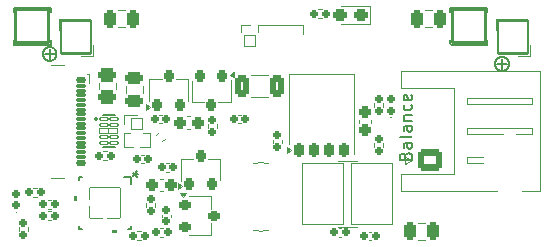
<source format=gto>
G04 #@! TF.GenerationSoftware,KiCad,Pcbnew,8.0.7-8.0.7-0~ubuntu24.04.1*
G04 #@! TF.CreationDate,2024-12-31T12:59:00-07:00*
G04 #@! TF.ProjectId,2s 40A PSU and charger,32732034-3041-4205-9053-5520616e6420,V1*
G04 #@! TF.SameCoordinates,Original*
G04 #@! TF.FileFunction,Legend,Top*
G04 #@! TF.FilePolarity,Positive*
%FSLAX46Y46*%
G04 Gerber Fmt 4.6, Leading zero omitted, Abs format (unit mm)*
G04 Created by KiCad (PCBNEW 8.0.7-8.0.7-0~ubuntu24.04.1) date 2024-12-31 12:59:00*
%MOMM*%
%LPD*%
G01*
G04 APERTURE LIST*
G04 Aperture macros list*
%AMRoundRect*
0 Rectangle with rounded corners*
0 $1 Rounding radius*
0 $2 $3 $4 $5 $6 $7 $8 $9 X,Y pos of 4 corners*
0 Add a 4 corners polygon primitive as box body*
4,1,4,$2,$3,$4,$5,$6,$7,$8,$9,$2,$3,0*
0 Add four circle primitives for the rounded corners*
1,1,$1+$1,$2,$3*
1,1,$1+$1,$4,$5*
1,1,$1+$1,$6,$7*
1,1,$1+$1,$8,$9*
0 Add four rect primitives between the rounded corners*
20,1,$1+$1,$2,$3,$4,$5,0*
20,1,$1+$1,$4,$5,$6,$7,0*
20,1,$1+$1,$6,$7,$8,$9,0*
20,1,$1+$1,$8,$9,$2,$3,0*%
%AMFreePoly0*
4,1,15,2.515355,1.085355,2.935355,0.665355,2.950000,0.630000,2.950000,-1.050000,2.935355,-1.085355,2.900000,-1.100000,-2.900000,-1.100000,-2.935355,-1.085355,-2.950000,-1.050000,-2.950000,0.630000,-2.935355,0.665355,-2.515355,1.085355,-2.480000,1.100000,2.480000,1.100000,2.515355,1.085355,2.515355,1.085355,$1*%
%AMFreePoly1*
4,1,21,2.135355,1.135355,2.150000,1.100000,2.150000,-1.950000,2.350000,-1.950000,2.385355,-1.964645,2.400000,-2.000000,2.400000,-3.500000,2.385355,-3.535355,2.350000,-3.550000,-2.350000,-3.550000,-2.385355,-3.535355,-2.400000,-3.500000,-2.400000,-2.000000,-2.385355,-1.964645,-2.350000,-1.950000,-2.150000,-1.950000,-2.150000,1.100000,-2.135355,1.135355,-2.100000,1.150000,2.100000,1.150000,
2.135355,1.135355,2.135355,1.135355,$1*%
G04 Aperture macros list end*
%ADD10C,0.150000*%
%ADD11C,0.120000*%
%ADD12C,0.200000*%
%ADD13C,0.100000*%
%ADD14C,0.127000*%
%ADD15C,0.000000*%
%ADD16RoundRect,0.050000X1.750000X2.550000X-1.750000X2.550000X-1.750000X-2.550000X1.750000X-2.550000X0*%
%ADD17RoundRect,0.165000X0.165000X0.195000X-0.165000X0.195000X-0.165000X-0.195000X0.165000X-0.195000X0*%
%ADD18RoundRect,0.050000X-0.337500X0.125000X-0.337500X-0.125000X0.337500X-0.125000X0.337500X0.125000X0*%
%ADD19RoundRect,0.050000X-0.387500X0.200000X-0.387500X-0.200000X0.387500X-0.200000X0.387500X0.200000X0*%
%ADD20RoundRect,0.160000X-0.210000X0.160000X-0.210000X-0.160000X0.210000X-0.160000X0.210000X0.160000X0*%
%ADD21RoundRect,0.160000X0.210000X-0.160000X0.210000X0.160000X-0.210000X0.160000X-0.210000X-0.160000X0*%
%ADD22RoundRect,0.275000X-0.275000X-0.500000X0.275000X-0.500000X0.275000X0.500000X-0.275000X0.500000X0*%
%ADD23RoundRect,0.165000X-0.165000X-0.195000X0.165000X-0.195000X0.165000X0.195000X-0.165000X0.195000X0*%
%ADD24RoundRect,0.272222X0.340278X0.652778X-0.340278X0.652778X-0.340278X-0.652778X0.340278X-0.652778X0*%
%ADD25RoundRect,0.225000X0.225000X-0.275000X0.225000X0.275000X-0.225000X0.275000X-0.225000X-0.275000X0*%
%ADD26RoundRect,0.172500X0.197500X-0.172500X0.197500X0.172500X-0.197500X0.172500X-0.197500X-0.172500X0*%
%ADD27RoundRect,0.225000X-0.275000X-0.225000X0.275000X-0.225000X0.275000X0.225000X-0.275000X0.225000X0*%
%ADD28RoundRect,0.160000X0.160000X0.210000X-0.160000X0.210000X-0.160000X-0.210000X0.160000X-0.210000X0*%
%ADD29RoundRect,0.250000X-0.275000X0.250000X-0.275000X-0.250000X0.275000X-0.250000X0.275000X0.250000X0*%
%ADD30RoundRect,0.160000X-0.160000X-0.210000X0.160000X-0.210000X0.160000X0.210000X-0.160000X0.210000X0*%
%ADD31RoundRect,0.275000X0.275000X0.500000X-0.275000X0.500000X-0.275000X-0.500000X0.275000X-0.500000X0*%
%ADD32RoundRect,0.102000X1.400000X1.400000X-1.400000X1.400000X-1.400000X-1.400000X1.400000X-1.400000X0*%
%ADD33RoundRect,0.275000X0.500000X-0.275000X0.500000X0.275000X-0.500000X0.275000X-0.500000X-0.275000X0*%
%ADD34FreePoly0,90.000000*%
%ADD35FreePoly0,270.000000*%
%ADD36RoundRect,0.264706X0.760294X-0.635294X0.760294X0.635294X-0.760294X0.635294X-0.760294X-0.635294X0*%
%ADD37O,2.050000X1.800000*%
%ADD38RoundRect,0.160000X0.035355X-0.261630X0.261630X-0.035355X-0.035355X0.261630X-0.261630X0.035355X0*%
%ADD39RoundRect,0.100000X-1.250000X-1.400000X1.250000X-1.400000X1.250000X1.400000X-1.250000X1.400000X0*%
%ADD40RoundRect,0.050000X0.500000X-0.500000X0.500000X0.500000X-0.500000X0.500000X-0.500000X-0.500000X0*%
%ADD41O,1.100000X1.100000*%
%ADD42RoundRect,0.165000X-0.195000X0.165000X-0.195000X-0.165000X0.195000X-0.165000X0.195000X0.165000X0*%
%ADD43RoundRect,0.274390X0.475610X-0.288110X0.475610X0.288110X-0.475610X0.288110X-0.475610X-0.288110X0*%
%ADD44RoundRect,0.050000X-0.500000X-0.500000X0.500000X-0.500000X0.500000X0.500000X-0.500000X0.500000X0*%
%ADD45RoundRect,0.262500X0.312500X0.262500X-0.312500X0.262500X-0.312500X-0.262500X0.312500X-0.262500X0*%
%ADD46RoundRect,0.200000X0.200000X0.425000X-0.200000X0.425000X-0.200000X-0.425000X0.200000X-0.425000X0*%
%ADD47FreePoly1,180.000000*%
%ADD48RoundRect,0.225000X-0.225000X0.275000X-0.225000X-0.275000X0.225000X-0.275000X0.225000X0.275000X0*%
%ADD49C,0.800000*%
%ADD50C,4.500000*%
%ADD51O,0.300000X0.699999*%
%ADD52O,0.699999X0.300000*%
%ADD53C,0.700000*%
%ADD54RoundRect,0.050000X-1.300000X1.300000X-1.300000X-1.300000X1.300000X-1.300000X1.300000X1.300000X0*%
%ADD55RoundRect,0.250000X0.250000X0.275000X-0.250000X0.275000X-0.250000X-0.275000X0.250000X-0.275000X0*%
%ADD56RoundRect,0.070005X-0.345005X0.070005X-0.345005X-0.070005X0.345005X-0.070005X0.345005X0.070005X0*%
%ADD57RoundRect,0.112505X-0.302505X0.112505X-0.302505X-0.112505X0.302505X-0.112505X0.302505X0.112505X0*%
%ADD58C,0.850020*%
%ADD59O,2.050020X0.800020*%
%ADD60RoundRect,0.250000X-0.250000X-0.275000X0.250000X-0.275000X0.250000X0.275000X-0.250000X0.275000X0*%
G04 APERTURE END LIST*
D10*
X111584398Y-115415771D02*
X111870112Y-115415771D01*
X111870112Y-115415771D02*
X112155826Y-115558628D01*
X112155826Y-115558628D02*
X112298684Y-115844342D01*
X112298684Y-115844342D02*
X112298684Y-116130057D01*
X112298684Y-116130057D02*
X112155826Y-116415771D01*
X112155826Y-116415771D02*
X111870112Y-116558628D01*
X111870112Y-116558628D02*
X111584398Y-116558628D01*
X111584398Y-116558628D02*
X111298684Y-116415771D01*
X111298684Y-116415771D02*
X111155826Y-116130057D01*
X111155826Y-116130057D02*
X111155826Y-115844342D01*
X111155826Y-115844342D02*
X111298684Y-115558628D01*
X111298684Y-115558628D02*
X111584398Y-115415771D01*
X111298684Y-115987200D02*
X112155826Y-115987200D01*
X111727255Y-115558628D02*
X111727255Y-116415771D01*
X141846009Y-124629887D02*
X141893628Y-124487030D01*
X141893628Y-124487030D02*
X141941247Y-124439411D01*
X141941247Y-124439411D02*
X142036485Y-124391792D01*
X142036485Y-124391792D02*
X142179342Y-124391792D01*
X142179342Y-124391792D02*
X142274580Y-124439411D01*
X142274580Y-124439411D02*
X142322200Y-124487030D01*
X142322200Y-124487030D02*
X142369819Y-124582268D01*
X142369819Y-124582268D02*
X142369819Y-124963220D01*
X142369819Y-124963220D02*
X141369819Y-124963220D01*
X141369819Y-124963220D02*
X141369819Y-124629887D01*
X141369819Y-124629887D02*
X141417438Y-124534649D01*
X141417438Y-124534649D02*
X141465057Y-124487030D01*
X141465057Y-124487030D02*
X141560295Y-124439411D01*
X141560295Y-124439411D02*
X141655533Y-124439411D01*
X141655533Y-124439411D02*
X141750771Y-124487030D01*
X141750771Y-124487030D02*
X141798390Y-124534649D01*
X141798390Y-124534649D02*
X141846009Y-124629887D01*
X141846009Y-124629887D02*
X141846009Y-124963220D01*
X142369819Y-123534649D02*
X141846009Y-123534649D01*
X141846009Y-123534649D02*
X141750771Y-123582268D01*
X141750771Y-123582268D02*
X141703152Y-123677506D01*
X141703152Y-123677506D02*
X141703152Y-123867982D01*
X141703152Y-123867982D02*
X141750771Y-123963220D01*
X142322200Y-123534649D02*
X142369819Y-123629887D01*
X142369819Y-123629887D02*
X142369819Y-123867982D01*
X142369819Y-123867982D02*
X142322200Y-123963220D01*
X142322200Y-123963220D02*
X142226961Y-124010839D01*
X142226961Y-124010839D02*
X142131723Y-124010839D01*
X142131723Y-124010839D02*
X142036485Y-123963220D01*
X142036485Y-123963220D02*
X141988866Y-123867982D01*
X141988866Y-123867982D02*
X141988866Y-123629887D01*
X141988866Y-123629887D02*
X141941247Y-123534649D01*
X142369819Y-122915601D02*
X142322200Y-123010839D01*
X142322200Y-123010839D02*
X142226961Y-123058458D01*
X142226961Y-123058458D02*
X141369819Y-123058458D01*
X142369819Y-122106077D02*
X141846009Y-122106077D01*
X141846009Y-122106077D02*
X141750771Y-122153696D01*
X141750771Y-122153696D02*
X141703152Y-122248934D01*
X141703152Y-122248934D02*
X141703152Y-122439410D01*
X141703152Y-122439410D02*
X141750771Y-122534648D01*
X142322200Y-122106077D02*
X142369819Y-122201315D01*
X142369819Y-122201315D02*
X142369819Y-122439410D01*
X142369819Y-122439410D02*
X142322200Y-122534648D01*
X142322200Y-122534648D02*
X142226961Y-122582267D01*
X142226961Y-122582267D02*
X142131723Y-122582267D01*
X142131723Y-122582267D02*
X142036485Y-122534648D01*
X142036485Y-122534648D02*
X141988866Y-122439410D01*
X141988866Y-122439410D02*
X141988866Y-122201315D01*
X141988866Y-122201315D02*
X141941247Y-122106077D01*
X141703152Y-121629886D02*
X142369819Y-121629886D01*
X141798390Y-121629886D02*
X141750771Y-121582267D01*
X141750771Y-121582267D02*
X141703152Y-121487029D01*
X141703152Y-121487029D02*
X141703152Y-121344172D01*
X141703152Y-121344172D02*
X141750771Y-121248934D01*
X141750771Y-121248934D02*
X141846009Y-121201315D01*
X141846009Y-121201315D02*
X142369819Y-121201315D01*
X142322200Y-120296553D02*
X142369819Y-120391791D01*
X142369819Y-120391791D02*
X142369819Y-120582267D01*
X142369819Y-120582267D02*
X142322200Y-120677505D01*
X142322200Y-120677505D02*
X142274580Y-120725124D01*
X142274580Y-120725124D02*
X142179342Y-120772743D01*
X142179342Y-120772743D02*
X141893628Y-120772743D01*
X141893628Y-120772743D02*
X141798390Y-120725124D01*
X141798390Y-120725124D02*
X141750771Y-120677505D01*
X141750771Y-120677505D02*
X141703152Y-120582267D01*
X141703152Y-120582267D02*
X141703152Y-120391791D01*
X141703152Y-120391791D02*
X141750771Y-120296553D01*
X142322200Y-119487029D02*
X142369819Y-119582267D01*
X142369819Y-119582267D02*
X142369819Y-119772743D01*
X142369819Y-119772743D02*
X142322200Y-119867981D01*
X142322200Y-119867981D02*
X142226961Y-119915600D01*
X142226961Y-119915600D02*
X141846009Y-119915600D01*
X141846009Y-119915600D02*
X141750771Y-119867981D01*
X141750771Y-119867981D02*
X141703152Y-119772743D01*
X141703152Y-119772743D02*
X141703152Y-119582267D01*
X141703152Y-119582267D02*
X141750771Y-119487029D01*
X141750771Y-119487029D02*
X141846009Y-119439410D01*
X141846009Y-119439410D02*
X141941247Y-119439410D01*
X141941247Y-119439410D02*
X142036485Y-119915600D01*
X149884398Y-116265771D02*
X150170112Y-116265771D01*
X150170112Y-116265771D02*
X150455826Y-116408628D01*
X150455826Y-116408628D02*
X150598684Y-116694342D01*
X150598684Y-116694342D02*
X150598684Y-116980057D01*
X150598684Y-116980057D02*
X150455826Y-117265771D01*
X150455826Y-117265771D02*
X150170112Y-117408628D01*
X150170112Y-117408628D02*
X149884398Y-117408628D01*
X149884398Y-117408628D02*
X149598684Y-117265771D01*
X149598684Y-117265771D02*
X149455826Y-116980057D01*
X149455826Y-116980057D02*
X149455826Y-116694342D01*
X149455826Y-116694342D02*
X149598684Y-116408628D01*
X149598684Y-116408628D02*
X149884398Y-116265771D01*
X149598684Y-116837200D02*
X150455826Y-116837200D01*
X150027255Y-116408628D02*
X150027255Y-117265771D01*
X119230180Y-126179636D02*
X118992085Y-126179636D01*
X119087323Y-125941541D02*
X118992085Y-126179636D01*
X118992085Y-126179636D02*
X119087323Y-126417731D01*
X118801609Y-126036779D02*
X118992085Y-126179636D01*
X118992085Y-126179636D02*
X118801609Y-126322493D01*
D11*
G04 #@! TO.C,R18*
X137747369Y-130650000D02*
X136152631Y-130650000D01*
X137747369Y-125050000D02*
X136152631Y-125050000D01*
G04 #@! TO.C,C9*
X119707836Y-124540000D02*
X119492164Y-124540000D01*
X119707836Y-125260000D02*
X119492164Y-125260000D01*
D12*
G04 #@! TO.C,D11*
X115638000Y-121400000D02*
X115638000Y-121400000D01*
X115638000Y-121600000D02*
X115638000Y-121600000D01*
X117238000Y-121150000D02*
X116238000Y-121150000D01*
X117238000Y-123850000D02*
X116238000Y-123850000D01*
X115638000Y-121400000D02*
G75*
G02*
X115638000Y-121600000I0J-100000D01*
G01*
X115638000Y-121600000D02*
G75*
G02*
X115638000Y-121400000I0J100000D01*
G01*
D11*
G04 #@! TO.C,R24*
X109120000Y-130646359D02*
X109120000Y-130953641D01*
X109880000Y-130646359D02*
X109880000Y-130953641D01*
G04 #@! TO.C,R20*
X119920000Y-128953641D02*
X119920000Y-128646359D01*
X120680000Y-128953641D02*
X120680000Y-128646359D01*
G04 #@! TO.C,R10*
X139980000Y-123546359D02*
X139980000Y-123853641D01*
X139220000Y-123546359D02*
X139220000Y-123853641D01*
G04 #@! TO.C,C20*
X142938748Y-130265000D02*
X143461252Y-130265000D01*
X142938748Y-131735000D02*
X143461252Y-131735000D01*
G04 #@! TO.C,C23*
X138742164Y-131040000D02*
X138957836Y-131040000D01*
X138742164Y-131760000D02*
X138957836Y-131760000D01*
G04 #@! TO.C,R1*
X130227064Y-117790000D02*
X128772936Y-117790000D01*
X130227064Y-119610000D02*
X128772936Y-119610000D01*
G04 #@! TO.C,Q1*
X120150000Y-118150000D02*
X121200000Y-118150000D01*
X120150000Y-120010000D02*
X120150000Y-118150000D01*
X123450000Y-118150000D02*
X122400000Y-118150000D01*
X123450000Y-119950000D02*
X123450000Y-118150000D01*
X120188324Y-120460000D02*
X119858324Y-120700000D01*
X119858324Y-120220000D01*
X120188324Y-120460000D01*
G36*
X120188324Y-120460000D02*
G01*
X119858324Y-120700000D01*
X119858324Y-120220000D01*
X120188324Y-120460000D01*
G37*
D13*
G04 #@! TO.C,D1*
X140650000Y-121390000D02*
G75*
G02*
X140550000Y-121390000I-50000J0D01*
G01*
X140550000Y-121390000D02*
G75*
G02*
X140650000Y-121390000I50000J0D01*
G01*
D11*
G04 #@! TO.C,Q5*
X123490000Y-128050000D02*
X125350000Y-128050000D01*
X123550000Y-131350000D02*
X125350000Y-131350000D01*
X125350000Y-128050000D02*
X125350000Y-129100000D01*
X125350000Y-131350000D02*
X125350000Y-130300000D01*
X123040000Y-128088324D02*
X122800000Y-127758324D01*
X123280000Y-127758324D01*
X123040000Y-128088324D01*
G36*
X123040000Y-128088324D02*
G01*
X122800000Y-127758324D01*
X123280000Y-127758324D01*
X123040000Y-128088324D01*
G37*
G04 #@! TO.C,R19*
X116553641Y-124220000D02*
X116246359Y-124220000D01*
X116553641Y-124980000D02*
X116246359Y-124980000D01*
G04 #@! TO.C,C2*
X137890000Y-121559420D02*
X137890000Y-121840580D01*
X138910000Y-121559420D02*
X138910000Y-121840580D01*
G04 #@! TO.C,R25*
X134446359Y-112220000D02*
X134753641Y-112220000D01*
X134446359Y-112980000D02*
X134753641Y-112980000D01*
G04 #@! TO.C,C10*
X127692164Y-121140000D02*
X127907836Y-121140000D01*
X127692164Y-121860000D02*
X127907836Y-121860000D01*
G04 #@! TO.C,C12*
X118061252Y-112265000D02*
X117538748Y-112265000D01*
X118061252Y-113735000D02*
X117538748Y-113735000D01*
G04 #@! TO.C,C5*
X120992164Y-121140000D02*
X121207836Y-121140000D01*
X120992164Y-121860000D02*
X121207836Y-121860000D01*
D14*
G04 #@! TO.C,J3*
X108700000Y-112100000D02*
X111800000Y-112100000D01*
X108700000Y-112450000D02*
X108700000Y-112100000D01*
X108700000Y-115200000D02*
X108700000Y-114850000D01*
X111800000Y-112100000D02*
X111800000Y-112450000D01*
X111800000Y-114850000D02*
X111800000Y-115200000D01*
X111800000Y-115200000D02*
X108700000Y-115200000D01*
D11*
G04 #@! TO.C,C7*
X118165000Y-119261252D02*
X118165000Y-118738748D01*
X119635000Y-119261252D02*
X119635000Y-118738748D01*
D13*
G04 #@! TO.C,D3*
X108950000Y-129390000D02*
G75*
G02*
X108850000Y-129390000I-50000J0D01*
G01*
X108850000Y-129390000D02*
G75*
G02*
X108950000Y-129390000I50000J0D01*
G01*
D11*
G04 #@! TO.C,R3*
X139220000Y-120453641D02*
X139220000Y-120146359D01*
X139980000Y-120453641D02*
X139980000Y-120146359D01*
G04 #@! TO.C,L2*
X128978219Y-125267441D02*
G75*
G02*
X129600000Y-125200000I621751J-2832309D01*
G01*
X129600000Y-125200000D02*
G75*
G02*
X130229480Y-125268528I9J-2925297D01*
G01*
X129600000Y-131000000D02*
G75*
G02*
X128976901Y-130932269I-9J2899915D01*
G01*
X130224688Y-130931919D02*
G75*
G02*
X129600000Y-131000000I-624678J2831829D01*
G01*
G04 #@! TO.C,J2*
X141490000Y-117440000D02*
X141490000Y-118860000D01*
X141490000Y-118860000D02*
X145990000Y-118860000D01*
X141490000Y-126140000D02*
X145990000Y-126140000D01*
X141490000Y-127560000D02*
X141490000Y-126140000D01*
X141800000Y-124700000D02*
X142400000Y-125000000D01*
X141800000Y-125300000D02*
X141800000Y-124700000D01*
X142400000Y-125000000D02*
X141800000Y-125300000D01*
X145990000Y-118860000D02*
X145990000Y-122500000D01*
X145990000Y-126140000D02*
X145990000Y-122500000D01*
X147100000Y-119750000D02*
X147100000Y-120250000D01*
X147100000Y-120250000D02*
X152600000Y-120250000D01*
X147100000Y-122250000D02*
X147100000Y-122750000D01*
X147100000Y-122750000D02*
X152600000Y-122750000D01*
X147100000Y-124750000D02*
X147100000Y-125250000D01*
X147100000Y-125250000D02*
X152600000Y-125250000D01*
X152600000Y-119750000D02*
X147100000Y-119750000D01*
X152600000Y-120250000D02*
X152600000Y-119750000D01*
X152600000Y-122250000D02*
X147100000Y-122250000D01*
X152600000Y-122750000D02*
X152600000Y-122250000D01*
X152600000Y-124750000D02*
X147100000Y-124750000D01*
X152600000Y-125250000D02*
X152600000Y-124750000D01*
X153210000Y-117440000D02*
X141490000Y-117440000D01*
X153210000Y-122500000D02*
X153210000Y-117440000D01*
X153210000Y-122500000D02*
X153210000Y-127560000D01*
X153210000Y-127560000D02*
X141490000Y-127560000D01*
G04 #@! TO.C,R8*
X120722659Y-122839940D02*
X120939940Y-122622659D01*
X121260060Y-123377341D02*
X121477341Y-123160060D01*
G04 #@! TO.C,J5*
X112500000Y-113000000D02*
X112500000Y-114000000D01*
X113500000Y-113000000D02*
X112500000Y-113000000D01*
X114400000Y-116200000D02*
X115400000Y-116200000D01*
X115400000Y-116200000D02*
X115400000Y-115200000D01*
G04 #@! TO.C,R23*
X110346359Y-127320000D02*
X110653641Y-127320000D01*
X110346359Y-128080000D02*
X110653641Y-128080000D01*
G04 #@! TO.C,J11*
X127930000Y-113570000D02*
X128690000Y-113570000D01*
X127930000Y-114900000D02*
X127930000Y-113570000D01*
X129325000Y-113570000D02*
X133195000Y-113570000D01*
X129325000Y-114140000D02*
X129325000Y-113570000D01*
X129325000Y-116230000D02*
X129325000Y-115660000D01*
X129325000Y-116230000D02*
X133195000Y-116230000D01*
X133195000Y-114592470D02*
X133195000Y-113570000D01*
X133195000Y-116230000D02*
X133195000Y-115207530D01*
G04 #@! TO.C,Q4*
X122850000Y-124850000D02*
X123900000Y-124850000D01*
X122850000Y-126710000D02*
X122850000Y-124850000D01*
X126150000Y-124850000D02*
X125100000Y-124850000D01*
X126150000Y-126650000D02*
X126150000Y-124850000D01*
X122888324Y-127160000D02*
X122558324Y-127400000D01*
X122558324Y-126920000D01*
X122888324Y-127160000D01*
G36*
X122888324Y-127160000D02*
G01*
X122558324Y-127400000D01*
X122558324Y-126920000D01*
X122888324Y-127160000D01*
G37*
G04 #@! TO.C,C21*
X121240000Y-129592164D02*
X121240000Y-129807836D01*
X121960000Y-129592164D02*
X121960000Y-129807836D01*
G04 #@! TO.C,R2*
X115865000Y-118927064D02*
X115865000Y-118472936D01*
X117335000Y-118927064D02*
X117335000Y-118472936D01*
G04 #@! TO.C,C11*
X121592164Y-125240000D02*
X121807836Y-125240000D01*
X121592164Y-125960000D02*
X121807836Y-125960000D01*
G04 #@! TO.C,R21*
X121353641Y-130720000D02*
X121046359Y-130720000D01*
X121353641Y-131480000D02*
X121046359Y-131480000D01*
G04 #@! TO.C,J12*
X117990000Y-121140000D02*
X119100000Y-121140000D01*
X117990000Y-121900000D02*
X117990000Y-121140000D01*
X117990000Y-122660000D02*
X117990000Y-123865000D01*
X117990000Y-122660000D02*
X118536529Y-122660000D01*
X117990000Y-123865000D02*
X118792470Y-123865000D01*
X119407530Y-123865000D02*
X120210000Y-123865000D01*
X119663471Y-122660000D02*
X120210000Y-122660000D01*
X120210000Y-122660000D02*
X120210000Y-123865000D01*
G04 #@! TO.C,D4*
X136400000Y-113435000D02*
X138860000Y-113435000D01*
X138860000Y-111965000D02*
X136400000Y-111965000D01*
X138860000Y-113435000D02*
X138860000Y-111965000D01*
G04 #@! TO.C,C14*
X143538748Y-112265000D02*
X144061252Y-112265000D01*
X143538748Y-113735000D02*
X144061252Y-113735000D01*
G04 #@! TO.C,R29*
X111853641Y-128320000D02*
X111546359Y-128320000D01*
X111853641Y-129080000D02*
X111546359Y-129080000D01*
G04 #@! TO.C,C22*
X136192164Y-130740000D02*
X136407836Y-130740000D01*
X136192164Y-131460000D02*
X136407836Y-131460000D01*
G04 #@! TO.C,Q3*
X131950000Y-117700000D02*
X131950000Y-123630000D01*
X137450000Y-117700000D02*
X131950000Y-117700000D01*
X137450000Y-124500000D02*
X137450000Y-117700000D01*
X132180000Y-124140000D02*
X131850000Y-124380000D01*
X131850000Y-123900000D01*
X132180000Y-124140000D01*
G36*
X132180000Y-124140000D02*
G01*
X131850000Y-124380000D01*
X131850000Y-123900000D01*
X132180000Y-124140000D01*
G37*
G04 #@! TO.C,R12*
X130620000Y-123246359D02*
X130620000Y-123553641D01*
X131380000Y-123246359D02*
X131380000Y-123553641D01*
G04 #@! TO.C,Q2*
X123750000Y-118250000D02*
X123750000Y-120050000D01*
X123750000Y-120050000D02*
X124800000Y-120050000D01*
X127050000Y-118190000D02*
X127050000Y-120050000D01*
X127050000Y-120050000D02*
X126000000Y-120050000D01*
X127341676Y-117980000D02*
X127011676Y-117740000D01*
X127341676Y-117500000D01*
X127341676Y-117980000D01*
G36*
X127341676Y-117980000D02*
G01*
X127011676Y-117740000D01*
X127341676Y-117500000D01*
X127341676Y-117980000D01*
G37*
G04 #@! TO.C,R7*
X125120000Y-122253641D02*
X125120000Y-121946359D01*
X125880000Y-122253641D02*
X125880000Y-121946359D01*
D14*
G04 #@! TO.C,J1*
X145649999Y-112100000D02*
X148749999Y-112100000D01*
X145649999Y-112450000D02*
X145649999Y-112100000D01*
X145649999Y-115200000D02*
X145649999Y-114850000D01*
X148749999Y-112100000D02*
X148749999Y-112450000D01*
X148749999Y-114850000D02*
X148749999Y-115200000D01*
X148749999Y-115200000D02*
X145649999Y-115200000D01*
D12*
G04 #@! TO.C,U3*
X114199999Y-126399999D02*
X114199999Y-126675000D01*
X114199999Y-126399999D02*
X114475000Y-126399999D01*
X114199999Y-130525000D02*
X114199999Y-130800001D01*
X114199999Y-130800001D02*
X114475000Y-130800001D01*
X117999999Y-126399999D02*
X118600001Y-126399999D01*
X118325000Y-130800001D02*
X118600001Y-130800001D01*
X118600001Y-126399999D02*
X118600001Y-127000001D01*
X118600001Y-130525000D02*
X118600001Y-130800001D01*
D15*
G36*
X114070721Y-128415499D02*
G01*
X113816721Y-128415499D01*
X113816721Y-128034499D01*
X114070721Y-128034499D01*
X114070721Y-128415499D01*
G37*
G36*
X117400001Y-131183020D02*
G01*
X117019001Y-131183020D01*
X117019001Y-130929020D01*
X117400001Y-130929020D01*
X117400001Y-131183020D01*
G37*
D11*
G04 #@! TO.C,J4*
X149500000Y-113000000D02*
X149500000Y-114000000D01*
X150500000Y-113000000D02*
X149500000Y-113000000D01*
X151400000Y-116200000D02*
X152400000Y-116200000D01*
X152400000Y-116200000D02*
X152400000Y-115200000D01*
G04 #@! TO.C,C6*
X123640580Y-121290000D02*
X123359420Y-121290000D01*
X123640580Y-122310000D02*
X123359420Y-122310000D01*
G04 #@! TO.C,J10*
X111870000Y-126480000D02*
X112930000Y-126480000D01*
X112930000Y-116920000D02*
X111870000Y-116920000D01*
X115030000Y-117690000D02*
X114880000Y-117690000D01*
X115030000Y-118490000D02*
X115030000Y-117690000D01*
G04 #@! TO.C,C17*
X121059420Y-126590000D02*
X121340580Y-126590000D01*
X121059420Y-127610000D02*
X121340580Y-127610000D01*
G04 #@! TO.C,R11*
X111853641Y-129320000D02*
X111546359Y-129320000D01*
X111853641Y-130080000D02*
X111546359Y-130080000D01*
G04 #@! TO.C,R22*
X119453641Y-131020000D02*
X119146359Y-131020000D01*
X119453641Y-131780000D02*
X119146359Y-131780000D01*
G04 #@! TD*
%LPC*%
D15*
G04 #@! TO.C,U3*
G36*
X115412600Y-129963500D02*
G01*
X115036500Y-129963500D01*
X115036500Y-127236500D01*
X115412600Y-127236500D01*
X115412600Y-129963500D01*
G37*
G36*
X117763500Y-127612600D02*
G01*
X115036500Y-127612600D01*
X115036500Y-127236500D01*
X117763500Y-127236500D01*
X117763500Y-127612600D01*
G37*
G36*
X117763500Y-128400000D02*
G01*
X115036500Y-128400000D01*
X115036500Y-128012600D01*
X117763500Y-128012600D01*
X117763500Y-128400000D01*
G37*
G36*
X117763500Y-129187400D02*
G01*
X115036500Y-129187400D01*
X115036500Y-128800000D01*
X117763500Y-128800000D01*
X117763500Y-129187400D01*
G37*
G36*
X117763500Y-129963500D02*
G01*
X115036500Y-129963500D01*
X115036500Y-129587400D01*
X117763500Y-129587400D01*
X117763500Y-129963500D01*
G37*
G36*
X116200000Y-129963500D02*
G01*
X115812600Y-129963500D01*
X115812600Y-127236500D01*
X116200000Y-127236500D01*
X116200000Y-129963500D01*
G37*
G36*
X116987400Y-129963500D02*
G01*
X116600000Y-129963500D01*
X116600000Y-127236500D01*
X116987400Y-127236500D01*
X116987400Y-129963500D01*
G37*
G36*
X117763500Y-129963500D02*
G01*
X117387400Y-129963500D01*
X117387400Y-127236500D01*
X117763500Y-127236500D01*
X117763500Y-129963500D01*
G37*
G04 #@! TD*
D16*
G04 #@! TO.C,R18*
X139005000Y-127850000D03*
X134895000Y-127850000D03*
G04 #@! TD*
D17*
G04 #@! TO.C,C9*
X120080000Y-124900000D03*
X119120000Y-124900000D03*
G04 #@! TD*
D18*
G04 #@! TO.C,D11*
X116300000Y-121500000D03*
X116300000Y-122000000D03*
D19*
X116350000Y-122500000D03*
D18*
X116300000Y-123000000D03*
X116300000Y-123500000D03*
X117175000Y-123500000D03*
X117175000Y-123000000D03*
D19*
X117125000Y-122500000D03*
D18*
X117175000Y-122000000D03*
X117175000Y-121500000D03*
G04 #@! TD*
D20*
G04 #@! TO.C,R24*
X109500000Y-130290000D03*
X109500000Y-131310000D03*
G04 #@! TD*
D21*
G04 #@! TO.C,R20*
X120300000Y-129310000D03*
X120300000Y-128290000D03*
G04 #@! TD*
D20*
G04 #@! TO.C,R10*
X139600000Y-123190000D03*
X139600000Y-124210000D03*
G04 #@! TD*
D22*
G04 #@! TO.C,C20*
X142250000Y-131000000D03*
X144150000Y-131000000D03*
G04 #@! TD*
D23*
G04 #@! TO.C,C23*
X138370000Y-131400000D03*
X139330000Y-131400000D03*
G04 #@! TD*
D24*
G04 #@! TO.C,R1*
X130962500Y-118700000D03*
X128037500Y-118700000D03*
G04 #@! TD*
D25*
G04 #@! TO.C,Q1*
X120850000Y-120300000D03*
X122750000Y-120300000D03*
X121800000Y-117900000D03*
G04 #@! TD*
D26*
G04 #@! TO.C,D1*
X140600000Y-120785000D03*
X140600000Y-119815000D03*
G04 #@! TD*
D27*
G04 #@! TO.C,Q5*
X123200000Y-128750000D03*
X123200000Y-130650000D03*
X125600000Y-129700000D03*
G04 #@! TD*
D28*
G04 #@! TO.C,R19*
X116910000Y-124600000D03*
X115890000Y-124600000D03*
G04 #@! TD*
D29*
G04 #@! TO.C,C2*
X138400000Y-120925000D03*
X138400000Y-122475000D03*
G04 #@! TD*
D30*
G04 #@! TO.C,R25*
X134090000Y-112600000D03*
X135110000Y-112600000D03*
G04 #@! TD*
D23*
G04 #@! TO.C,C10*
X127320000Y-121500000D03*
X128280000Y-121500000D03*
G04 #@! TD*
D31*
G04 #@! TO.C,C12*
X118750000Y-113000000D03*
X116850000Y-113000000D03*
G04 #@! TD*
D23*
G04 #@! TO.C,C5*
X120620000Y-121500000D03*
X121580000Y-121500000D03*
G04 #@! TD*
D32*
G04 #@! TO.C,J3*
X110250000Y-113650000D03*
G04 #@! TD*
D33*
G04 #@! TO.C,C7*
X118900000Y-119950000D03*
X118900000Y-118050000D03*
G04 #@! TD*
D26*
G04 #@! TO.C,D3*
X108900000Y-128785000D03*
X108900000Y-127815000D03*
G04 #@! TD*
D21*
G04 #@! TO.C,R3*
X139600000Y-120810000D03*
X139600000Y-119790000D03*
G04 #@! TD*
D34*
G04 #@! TO.C,L2*
X127650000Y-128100000D03*
D35*
X131550000Y-128100000D03*
G04 #@! TD*
D36*
G04 #@! TO.C,J2*
X143900000Y-125000000D03*
D37*
X143900000Y-122500000D03*
X143900000Y-120000000D03*
G04 #@! TD*
D38*
G04 #@! TO.C,R8*
X120739376Y-123360624D03*
X121460624Y-122639376D03*
G04 #@! TD*
D39*
G04 #@! TO.C,J5*
X113950000Y-114600000D03*
G04 #@! TD*
D30*
G04 #@! TO.C,R23*
X109990000Y-127700000D03*
X111010000Y-127700000D03*
G04 #@! TD*
D40*
G04 #@! TO.C,J11*
X128690000Y-114900000D03*
D41*
X129960000Y-114900000D03*
X131230000Y-114900000D03*
X132500000Y-114900000D03*
G04 #@! TD*
D25*
G04 #@! TO.C,Q4*
X123550000Y-127000000D03*
X125450000Y-127000000D03*
X124500000Y-124600000D03*
G04 #@! TD*
D42*
G04 #@! TO.C,C21*
X121600000Y-129220000D03*
X121600000Y-130180000D03*
G04 #@! TD*
D43*
G04 #@! TO.C,R2*
X116600000Y-119612500D03*
X116600000Y-117787500D03*
G04 #@! TD*
D23*
G04 #@! TO.C,C11*
X121220000Y-125600000D03*
X122180000Y-125600000D03*
G04 #@! TD*
D28*
G04 #@! TO.C,R21*
X121710000Y-131100000D03*
X120690000Y-131100000D03*
G04 #@! TD*
D44*
G04 #@! TO.C,J12*
X119100000Y-121900000D03*
D41*
X119100000Y-123170000D03*
G04 #@! TD*
D45*
G04 #@! TO.C,D4*
X138075000Y-112700000D03*
X136325000Y-112700000D03*
G04 #@! TD*
D22*
G04 #@! TO.C,C14*
X142850000Y-113000000D03*
X144750000Y-113000000D03*
G04 #@! TD*
D28*
G04 #@! TO.C,R29*
X112210000Y-128700000D03*
X111190000Y-128700000D03*
G04 #@! TD*
D23*
G04 #@! TO.C,C22*
X135820000Y-131100000D03*
X136780000Y-131100000D03*
G04 #@! TD*
D46*
G04 #@! TO.C,Q3*
X132795000Y-124125000D03*
X134065000Y-124125000D03*
X135335000Y-124125000D03*
X136605000Y-124125000D03*
D47*
X134700000Y-121400000D03*
G04 #@! TD*
D20*
G04 #@! TO.C,R12*
X131000000Y-122890000D03*
X131000000Y-123910000D03*
G04 #@! TD*
D48*
G04 #@! TO.C,Q2*
X126350000Y-117900000D03*
X124450000Y-117900000D03*
X125400000Y-120300000D03*
G04 #@! TD*
D21*
G04 #@! TO.C,R7*
X125500000Y-122609999D03*
X125500000Y-121590001D03*
G04 #@! TD*
D32*
G04 #@! TO.C,J1*
X147199999Y-113650000D03*
G04 #@! TD*
D49*
G04 #@! TO.C,H1*
X149050000Y-129600000D03*
X149533274Y-128433274D03*
X149533274Y-130766726D03*
X150700000Y-127950000D03*
D50*
X150700000Y-129600000D03*
D49*
X150700000Y-131250000D03*
X151866726Y-128433274D03*
X151866726Y-130766726D03*
X152350000Y-129600000D03*
G04 #@! TD*
D51*
G04 #@! TO.C,U3*
X117600000Y-126700001D03*
X117200001Y-126700001D03*
X116799999Y-126700001D03*
X116400000Y-126700001D03*
X116000001Y-126700001D03*
X115599999Y-126700001D03*
X115200000Y-126700001D03*
D52*
X114500001Y-127400000D03*
X114500001Y-127799999D03*
X114500001Y-128200001D03*
X114500001Y-128600000D03*
X114500001Y-128999999D03*
X114500001Y-129400001D03*
X114500001Y-129800000D03*
D51*
X115200000Y-130500001D03*
X115599999Y-130500001D03*
X116000001Y-130500001D03*
X116400000Y-130500001D03*
X116799999Y-130500001D03*
X117200001Y-130500001D03*
X117600000Y-130500001D03*
D52*
X118299999Y-129800000D03*
X118299999Y-129400001D03*
X118299999Y-128999999D03*
X118299999Y-128600000D03*
X118299999Y-128200001D03*
X118299999Y-127799999D03*
X118299999Y-127400000D03*
D53*
X116400000Y-127550000D03*
X117450000Y-128600000D03*
X116400000Y-128600000D03*
D54*
X116400000Y-128600000D03*
D53*
X115350000Y-128600000D03*
X116400000Y-129650000D03*
G04 #@! TD*
D39*
G04 #@! TO.C,J4*
X150950000Y-114600000D03*
G04 #@! TD*
D55*
G04 #@! TO.C,C6*
X124275000Y-121800000D03*
X122725000Y-121800000D03*
G04 #@! TD*
D56*
G04 #@! TO.C,J10*
X114350000Y-118700000D03*
X114350000Y-119500000D03*
X114350000Y-120300000D03*
X114350000Y-121100000D03*
X114350000Y-121500000D03*
X114350000Y-121900000D03*
X114350000Y-123500000D03*
X114350000Y-124300000D03*
X114350000Y-124700000D03*
X114350000Y-123900000D03*
X114350000Y-123100000D03*
X114350000Y-122700000D03*
X114350000Y-122300000D03*
X114350000Y-120700000D03*
X114350000Y-119900000D03*
X114350000Y-119100000D03*
D57*
X114350000Y-118185000D03*
X114350000Y-125215000D03*
D58*
X113590000Y-117105000D03*
D59*
X110610000Y-117105000D03*
D58*
X113590000Y-126295000D03*
D59*
X110610000Y-126295000D03*
G04 #@! TD*
D60*
G04 #@! TO.C,C17*
X120425000Y-127100000D03*
X121975000Y-127100000D03*
G04 #@! TD*
D28*
G04 #@! TO.C,R11*
X112210000Y-129700000D03*
X111190000Y-129700000D03*
G04 #@! TD*
G04 #@! TO.C,R22*
X119810000Y-131400000D03*
X118790000Y-131400000D03*
G04 #@! TD*
D49*
G04 #@! TO.C,H2*
X149533274Y-123833274D03*
X150700000Y-123350000D03*
X149050000Y-125000000D03*
X151866726Y-123833274D03*
D50*
X150700000Y-125000000D03*
D49*
X149533274Y-126166726D03*
X152350000Y-125000000D03*
X150700000Y-126650000D03*
X151866726Y-126166726D03*
G04 #@! TD*
G36*
X127591863Y-113998367D02*
G01*
X127611206Y-113999963D01*
X127705488Y-114015244D01*
X127742253Y-114027320D01*
X127818461Y-114066419D01*
X127849713Y-114089240D01*
X127910158Y-114149927D01*
X127932855Y-114181272D01*
X127971649Y-114257638D01*
X127983577Y-114294449D01*
X127998481Y-114388786D01*
X128000000Y-114408136D01*
X128000000Y-115200005D01*
X128019575Y-115323604D01*
X128076394Y-115435114D01*
X128076397Y-115435119D01*
X128164880Y-115523602D01*
X128164885Y-115523605D01*
X128276396Y-115580424D01*
X128276395Y-115580424D01*
X128399995Y-115600000D01*
X132800005Y-115600000D01*
X132923604Y-115580424D01*
X133035114Y-115523605D01*
X133035119Y-115523602D01*
X133123602Y-115435119D01*
X133123605Y-115435114D01*
X133180424Y-115323604D01*
X133200000Y-115200005D01*
X133200000Y-114409755D01*
X133201527Y-114390358D01*
X133216504Y-114295793D01*
X133228492Y-114258895D01*
X133267477Y-114182383D01*
X133290281Y-114150997D01*
X133350997Y-114090281D01*
X133382383Y-114067477D01*
X133458895Y-114028492D01*
X133495793Y-114016503D01*
X133590359Y-114001526D01*
X133609756Y-114000000D01*
X145090244Y-114000000D01*
X145109641Y-114001527D01*
X145204206Y-114016504D01*
X145241104Y-114028492D01*
X145317616Y-114067477D01*
X145349002Y-114090281D01*
X145409718Y-114150997D01*
X145432522Y-114182383D01*
X145471507Y-114258895D01*
X145483495Y-114295792D01*
X145498473Y-114390357D01*
X145500000Y-114409755D01*
X145500000Y-114900005D01*
X145519575Y-115023604D01*
X145576394Y-115135114D01*
X145576397Y-115135119D01*
X145664880Y-115223602D01*
X145664885Y-115223605D01*
X145776396Y-115280424D01*
X145776395Y-115280424D01*
X145899995Y-115300000D01*
X148990244Y-115300000D01*
X149009641Y-115301527D01*
X149104206Y-115316504D01*
X149141104Y-115328492D01*
X149217616Y-115367477D01*
X149249002Y-115390281D01*
X149309718Y-115450997D01*
X149332522Y-115482383D01*
X149371507Y-115558895D01*
X149383495Y-115595792D01*
X149398473Y-115690357D01*
X149400000Y-115709755D01*
X149400000Y-116190244D01*
X149398473Y-116209642D01*
X149383495Y-116304207D01*
X149371507Y-116341104D01*
X149332522Y-116417616D01*
X149309718Y-116449002D01*
X149249002Y-116509718D01*
X149217616Y-116532522D01*
X149141104Y-116571507D01*
X149104207Y-116583495D01*
X149009642Y-116598473D01*
X148990244Y-116600000D01*
X141846951Y-116600000D01*
X141800338Y-116602727D01*
X141800312Y-116602730D01*
X141754316Y-116610877D01*
X141754296Y-116610881D01*
X137649203Y-117588284D01*
X137642109Y-117589755D01*
X137606823Y-117596005D01*
X137592441Y-117597694D01*
X137556662Y-117599788D01*
X137549417Y-117600000D01*
X129762037Y-117600000D01*
X129753176Y-117599683D01*
X129709447Y-117596550D01*
X129691907Y-117594024D01*
X129649068Y-117584689D01*
X129640480Y-117582493D01*
X126354366Y-116615989D01*
X126299422Y-116603951D01*
X126243335Y-116599737D01*
X115907879Y-116551888D01*
X115888545Y-116550280D01*
X115794311Y-116534952D01*
X115757566Y-116522863D01*
X115681404Y-116483745D01*
X115650173Y-116460921D01*
X115589771Y-116400239D01*
X115567092Y-116368902D01*
X115528327Y-116292559D01*
X115516408Y-116255758D01*
X115501518Y-116161460D01*
X115500000Y-116142120D01*
X115500000Y-114361388D01*
X115501534Y-114341943D01*
X115516587Y-114247140D01*
X115528637Y-114210156D01*
X115567811Y-114133503D01*
X115590720Y-114102077D01*
X115651710Y-114041329D01*
X115683232Y-114018542D01*
X115760042Y-113979676D01*
X115797070Y-113967776D01*
X115891928Y-113953102D01*
X115911381Y-113951645D01*
X127591863Y-113998367D01*
G37*
%LPD*%
M02*

</source>
